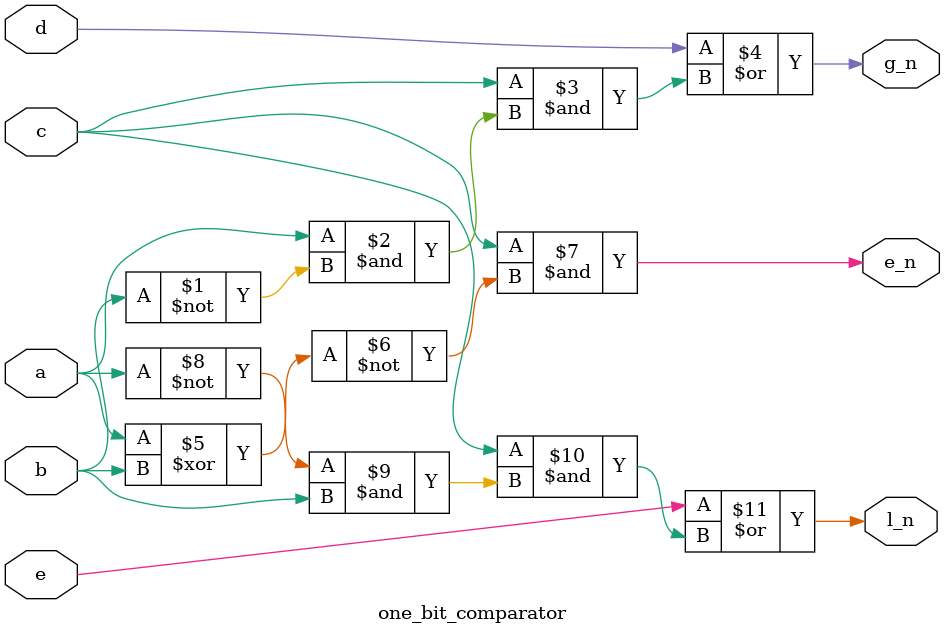
<source format=v>
module one_bit_comparator(a, b, c, d, e, e_n, g_n, l_n);

    input a;
    input b;
    input c;
    input d;
    input e;

    output wire e_n;
    output wire g_n;
    output wire l_n;

    assign g_n = d | (c & (a & (~b)));
    assign e_n= c & ~(a^b);
    assign l_n = e | (c & ((~a) & b)); 

endmodule
</source>
